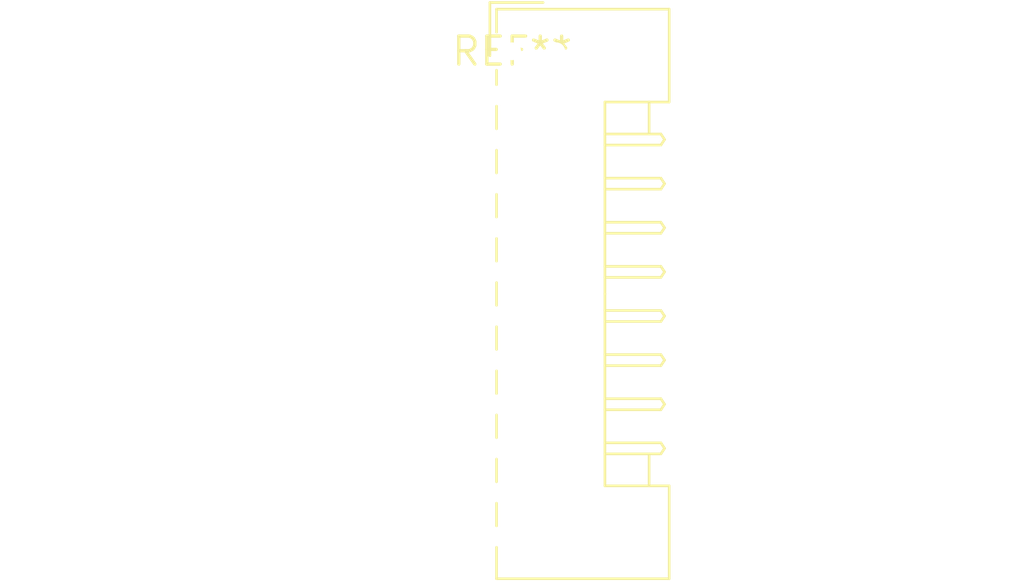
<source format=kicad_pcb>
(kicad_pcb (version 20240108) (generator pcbnew)
  (layers (0 "F.Cu" signal) (31 "B.Cu" signal) (34 "B.Paste" user) (35 "F.Paste" user) (36 "B.SilkS" user "B.Silkscreen") (37 "F.SilkS" user "F.Silkscreen") (38 "B.Mask" user) (39 "F.Mask" user) (44 "Edge.Cuts" user))
  (net 0 "")
  (footprint "JAE_LY20-24P-DLT1_2x12_P2.00mm_Horizontal" (layer "F.Cu") (at 0 0)
    (property "Reference" "REF**")
    (property "Value" "JAE_LY20-24P-DLT1_2x12_P2.00mm_Horizontal")
    (fp_line (start -1.01 -2.21) (end -1.01 0.2) (layer "F.SilkS") (stroke (width 0.12)))
    (fp_line (start -0.71 -1.91) (end -0.71 -0.86) (layer "F.SilkS") (stroke (width 0.12)))
    (fp_line (start -0.71 -1.91) (end 7.11 -1.91) (layer "F.SilkS") (stroke (width 0.12)))
    (fp_line (start -0.71 0.86) (end -0.71 1.514717) (layer "F.SilkS") (stroke (width 0.12)))
    (fp_line (start -0.71 2.485283) (end -0.71 3.514717) (layer "F.SilkS") (stroke (width 0.12)))
    (fp_line (start -0.71 4.485283) (end -0.71 5.514717) (layer "F.SilkS") (stroke (width 0.12)))
    (fp_line (start -0.71 6.485283) (end -0.71 7.514717) (layer "F.SilkS") (stroke (width 0.12)))
    (fp_line (start -0.71 8.485283) (end -0.71 9.514717) (layer "F.SilkS") (stroke (width 0.12)))
    (fp_line (start -0.71 10.485283) (end -0.71 11.514717) (layer "F.SilkS") (stroke (width 0.12)))
    (fp_line (start -0.71 12.485283) (end -0.71 13.514717) (layer "F.SilkS") (stroke (width 0.12)))
    (fp_line (start -0.71 14.485283) (end -0.71 15.514717) (layer "F.SilkS") (stroke (width 0.12)))
    (fp_line (start -0.71 16.485283) (end -0.71 17.514717) (layer "F.SilkS") (stroke (width 0.12)))
    (fp_line (start -0.71 18.485283) (end -0.71 19.514717) (layer "F.SilkS") (stroke (width 0.12)))
    (fp_line (start -0.71 20.485283) (end -0.71 21.514717) (layer "F.SilkS") (stroke (width 0.12)))
    (fp_line (start -0.71 22.485283) (end -0.71 23.91) (layer "F.SilkS") (stroke (width 0.12)))
    (fp_line (start -0.71 23.91) (end 7.11 23.91) (layer "F.SilkS") (stroke (width 0.12)))
    (fp_line (start 1.4 -2.21) (end -1.01 -2.21) (layer "F.SilkS") (stroke (width 0.12)))
    (fp_line (start 4.2 2.3) (end 4.2 11) (layer "F.SilkS") (stroke (width 0.12)))
    (fp_line (start 4.2 3.75) (end 6.733333 3.75) (layer "F.SilkS") (stroke (width 0.12)))
    (fp_line (start 4.2 5.75) (end 6.733333 5.75) (layer "F.SilkS") (stroke (width 0.12)))
    (fp_line (start 4.2 7.75) (end 6.733333 7.75) (layer "F.SilkS") (stroke (width 0.12)))
    (fp_line (start 4.2 9.75) (end 6.733333 9.75) (layer "F.SilkS") (stroke (width 0.12)))
    (fp_line (start 4.2 11.75) (end 6.733333 11.75) (layer "F.SilkS") (stroke (width 0.12)))
    (fp_line (start 4.2 13.75) (end 6.733333 13.75) (layer "F.SilkS") (stroke (width 0.12)))
    (fp_line (start 4.2 15.75) (end 6.733333 15.75) (layer "F.SilkS") (stroke (width 0.12)))
    (fp_line (start 4.2 17.75) (end 6.733333 17.75) (layer "F.SilkS") (stroke (width 0.12)))
    (fp_line (start 4.2 19.7) (end 4.2 11) (layer "F.SilkS") (stroke (width 0.12)))
    (fp_line (start 6.2 2.3) (end 6.2 3.75) (layer "F.SilkS") (stroke (width 0.12)))
    (fp_line (start 6.2 19.7) (end 6.2 18.25) (layer "F.SilkS") (stroke (width 0.12)))
    (fp_line (start 6.733333 3.75) (end 6.9 4) (layer "F.SilkS") (stroke (width 0.12)))
    (fp_line (start 6.733333 4.25) (end 4.2 4.25) (layer "F.SilkS") (stroke (width 0.12)))
    (fp_line (start 6.733333 5.75) (end 6.9 6) (layer "F.SilkS") (stroke (width 0.12)))
    (fp_line (start 6.733333 6.25) (end 4.2 6.25) (layer "F.SilkS") (stroke (width 0.12)))
    (fp_line (start 6.733333 7.75) (end 6.9 8) (layer "F.SilkS") (stroke (width 0.12)))
    (fp_line (start 6.733333 8.25) (end 4.2 8.25) (layer "F.SilkS") (stroke (width 0.12)))
    (fp_line (start 6.733333 9.75) (end 6.9 10) (layer "F.SilkS") (stroke (width 0.12)))
    (fp_line (start 6.733333 10.25) (end 4.2 10.25) (layer "F.SilkS") (stroke (width 0.12)))
    (fp_line (start 6.733333 11.75) (end 6.9 12) (layer "F.SilkS") (stroke (width 0.12)))
    (fp_line (start 6.733333 12.25) (end 4.2 12.25) (layer "F.SilkS") (stroke (width 0.12)))
    (fp_line (start 6.733333 13.75) (end 6.9 14) (layer "F.SilkS") (stroke (width 0.12)))
    (fp_line (start 6.733333 14.25) (end 4.2 14.25) (layer "F.SilkS") (stroke (width 0.12)))
    (fp_line (start 6.733333 15.75) (end 6.9 16) (layer "F.SilkS") (stroke (width 0.12)))
    (fp_line (start 6.733333 16.25) (end 4.2 16.25) (layer "F.SilkS") (stroke (width 0.12)))
    (fp_line (start 6.733333 17.75) (end 6.9 18) (layer "F.SilkS") (stroke (width 0.12)))
    (fp_line (start 6.733333 18.25) (end 4.2 18.25) (layer "F.SilkS") (stroke (width 0.12)))
    (fp_line (start 6.9 4) (end 6.733333 4.25) (layer "F.SilkS") (stroke (width 0.12)))
    (fp_line (start 6.9 6) (end 6.733333 6.25) (layer "F.SilkS") (stroke (width 0.12)))
    (fp_line (start 6.9 8) (end 6.733333 8.25) (layer "F.SilkS") (stroke (width 0.12)))
    (fp_line (start 6.9 10) (end 6.733333 10.25) (layer "F.SilkS") (stroke (width 0.12)))
    (fp_line (start 6.9 12) (end 6.733333 12.25) (layer "F.SilkS") (stroke (width 0.12)))
    (fp_line (start 6.9 14) (end 6.733333 14.25) (layer "F.SilkS") (stroke (width 0.12)))
    (fp_line (start 6.9 16) (end 6.733333 16.25) (layer "F.SilkS") (stroke (width 0.12)))
    (fp_line (start 6.9 18) (end 6.733333 18.25) (layer "F.SilkS") (stroke (width 0.12)))
    (fp_line (start 7.11 -1.91) (end 7.11 2.3) (layer "F.SilkS") (stroke (width 0.12)))
    (fp_line (start 7.11 2.3) (end 4.2 2.3) (layer "F.SilkS") (stroke (width 0.12)))
    (fp_line (start 7.11 19.7) (end 4.2 19.7) (layer "F.SilkS") (stroke (width 0.12)))
    (fp_line (start 7.11 23.91) (end 7.11 19.7) (layer "F.SilkS") (stroke (width 0.12)))
    (pad "a1" thru_hole roundrect (at 0 0) (size 1.2 1.2) (drill 0.8) (layers *.Cu *.Mask) (remove_unused_layers) (roundrect_rratio 0.208333))
    (pad "a2" thru_hole circle (at 0 2) (size 1.2 1.2) (drill 0.8) (layers *.Cu *.Mask) (remove_unused_layers))
    (pad "a3" thru_hole circle (at 0 4) (size 1.2 1.2) (drill 0.8) (layers *.Cu *.Mask) (remove_unused_layers))
    (pad "a4" thru_hole circle (at 0 6) (size 1.2 1.2) (drill 0.8) (layers *.Cu *.Mask) (remove_unused_layers))
    (pad "a5" thru_hole circle (at 0 8) (size 1.2 1.2) (drill 0.8) (layers *.Cu *.Mask) (remove_unused_layers))
    (pad "a6" thru_hole circle (at 0 10) (size 1.2 1.2) (drill 0.8) (layers *.Cu *.Mask) (remove_unused_layers))
    (pad "a7" thru_hole circle (at 0 12) (size 1.2 1.2) (drill 0.8) (layers *.Cu *.Mask) (remove_unused_layers))
    (pad "a8" thru_hole circle (at 0 14) (size 1.2 1.2) (drill 0.8) (layers *.Cu *.Mask) (remove_unused_layers))
    (pad "a9" thru_hole circle (at 0 16) (size 1.2 1.2) (drill 0.8) (layers *.Cu *.Mask) (remove_unused_layers))
    (pad "a10" thru_hole circle (at 0 18) (size 1.2 1.2) (drill 0.8) (layers *.Cu *.Mask) (remove_unused_layers))
    (pad "a11" thru_hole circle (at 0 20) (size 1.2 1.2) (drill 0.8) (layers *.Cu *.Mask) (remove_unused_layers))
    (pad "a12" thru_hole circle (at 0 22) (size 1.2 1.2) (drill 0.8) (layers *.Cu *.Mask) (remove_unused_layers))
    (pad "b1" thru_hole circle (at 2 0) (size 1.2 1.2) (drill 0.8) (layers *.Cu *.Mask) (remove_unused_layers))
    (pad "b2" thru_hole circle (at 2 2) (size 1.2 1.2) (drill 0.8) (layers *.Cu *.Mask) (remove_unused_layers))
    (pad "b3" thru_hole circle (at 2 4) (size 1.2 1.2) (drill 0.8) (layers *.Cu *.Mask) (remove_unused_layers))
    (pad "b4" thru_hole circle (at 2 6) (size 1.2 1.2) (drill 0.8) (layers *.Cu *.Mask) (remove_unused_layers))
    (pad "b5" thru_hole circle (at 2 8) (size 1.2 1.2) (drill 0.8) (layers *.Cu *.Mask) (remove_unused_layers))
    (pad "b6" thru_hole circle (at 2 10) (size 1.2 1.2) (drill 0.8) (layers *.Cu *.Mask) (remove_unused_layers))
    (pad "b7" thru_hole circle (at 2 12) (size 1.2 1.2) (drill 0.8) (layers *.Cu *.Mask) (remove_unused_layers))
    (pad "b8" thru_hole circle (at 2 14) (size 1.2 1.2) (drill 0.8) (layers *.Cu *.Mask) (remove_unused_layers))
    (pad "b9" thru_hole circle (at 2 16) (size 1.2 1.2) (drill 0.8) (layers *.Cu *.Mask) (remove_unused_layers))
    (pad "b10" thru_hole circle (at 2 18) (size 1.2 1.2) (drill 0.8) (layers *.Cu *.Mask) (remove_unused_layers))
    (pad "b11" thru_hole circle (at 2 20) (size 1.2 1.2) (drill 0.8) (layers *.Cu *.Mask) (remove_unused_layers))
    (pad "b12" thru_hole circle (at 2 22) (size 1.2 1.2) (drill 0.8) (layers *.Cu *.Mask) (remove_unused_layers))
  )
)
</source>
